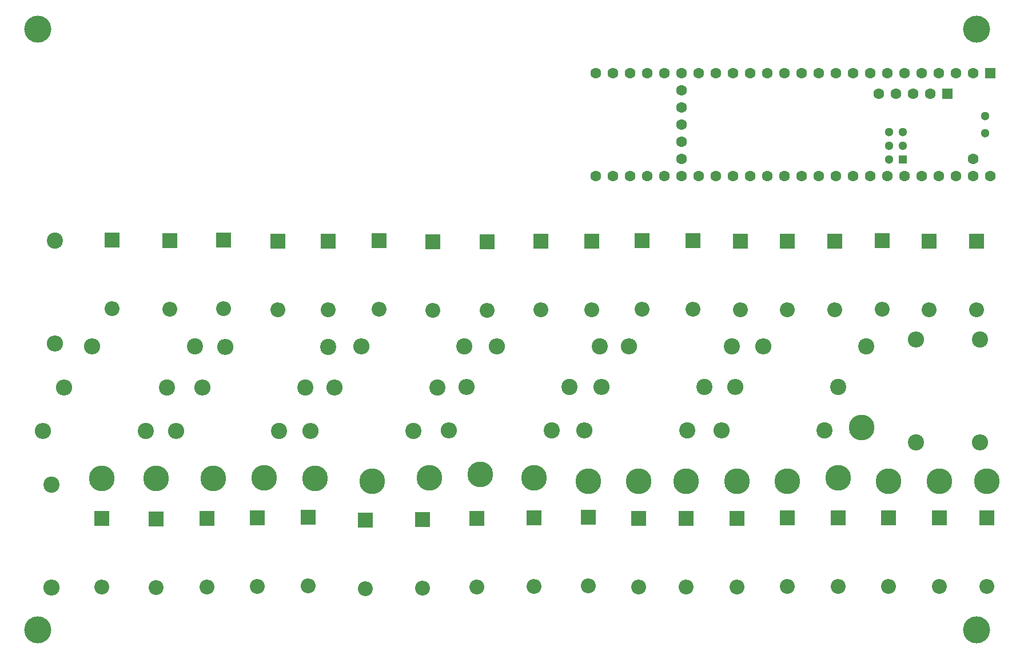
<source format=gbr>
%TF.GenerationSoftware,KiCad,Pcbnew,8.0.1*%
%TF.CreationDate,2024-04-01T15:58:41-04:00*%
%TF.ProjectId,emandoharp,656d616e-646f-4686-9172-702e6b696361,rev?*%
%TF.SameCoordinates,Original*%
%TF.FileFunction,Soldermask,Bot*%
%TF.FilePolarity,Negative*%
%FSLAX46Y46*%
G04 Gerber Fmt 4.6, Leading zero omitted, Abs format (unit mm)*
G04 Created by KiCad (PCBNEW 8.0.1) date 2024-04-01 15:58:41*
%MOMM*%
%LPD*%
G01*
G04 APERTURE LIST*
%ADD10C,4.000000*%
%ADD11C,2.400000*%
%ADD12O,2.400000X2.400000*%
%ADD13R,1.600000X1.600000*%
%ADD14C,1.600000*%
%ADD15R,1.300000X1.300000*%
%ADD16C,1.300000*%
%ADD17C,3.800000*%
%ADD18R,2.200000X2.200000*%
%ADD19O,2.200000X2.200000*%
G04 APERTURE END LIST*
D10*
%TO.C,REF\u002A\u002A*%
X190500000Y-70000000D03*
%TD*%
%TO.C,REF\u002A\u002A*%
X190500000Y-159000000D03*
%TD*%
%TO.C,REF\u002A\u002A*%
X51500000Y-159000000D03*
%TD*%
%TO.C,REF\u002A\u002A*%
X51500000Y-70000000D03*
%TD*%
D11*
%TO.C,R9*%
X91120000Y-123080000D03*
D12*
X75880000Y-123080000D03*
%TD*%
D13*
%TO.C,U1*%
X192520000Y-76500000D03*
D14*
X189980000Y-76500000D03*
X187440000Y-76500000D03*
X184900000Y-76500000D03*
X182360000Y-76500000D03*
X179820000Y-76500000D03*
X177280000Y-76500000D03*
X174740000Y-76500000D03*
X172200000Y-76500000D03*
X169660000Y-76500000D03*
X167120000Y-76500000D03*
X164580000Y-76500000D03*
X162040000Y-76500000D03*
X159500000Y-76500000D03*
X156960000Y-76500000D03*
X154420000Y-76500000D03*
X151880000Y-76500000D03*
X149340000Y-76500000D03*
X146800000Y-76500000D03*
X144260000Y-76500000D03*
X141720000Y-76500000D03*
X139180000Y-76500000D03*
X136640000Y-76500000D03*
X134100000Y-76500000D03*
X134100000Y-91740000D03*
X136640000Y-91740000D03*
X139180000Y-91740000D03*
X141720000Y-91740000D03*
X144260000Y-91740000D03*
X146800000Y-91740000D03*
X149340000Y-91740000D03*
X151880000Y-91740000D03*
X154420000Y-91740000D03*
X156960000Y-91740000D03*
X159500000Y-91740000D03*
X162040000Y-91740000D03*
X164580000Y-91740000D03*
X167120000Y-91740000D03*
X169660000Y-91740000D03*
X172200000Y-91740000D03*
X174740000Y-91740000D03*
X177280000Y-91740000D03*
X179820000Y-91740000D03*
X182360000Y-91740000D03*
X184900000Y-91740000D03*
X187440000Y-91740000D03*
X189980000Y-91740000D03*
X192520000Y-91740000D03*
X189980000Y-89200000D03*
X146800000Y-79040000D03*
X146800000Y-81580000D03*
X146800000Y-84120000D03*
X146800000Y-86660000D03*
X146800000Y-89200000D03*
D13*
X186220800Y-79550800D03*
D14*
X183680800Y-79550800D03*
X181140800Y-79550800D03*
X178600800Y-79550800D03*
X176060800Y-79550800D03*
D15*
X179550000Y-89301600D03*
D16*
X179550000Y-87301600D03*
X179550000Y-85301600D03*
X177550000Y-85301600D03*
X177550000Y-87301600D03*
X177550000Y-89301600D03*
X191790000Y-85390000D03*
X191790000Y-82850000D03*
%TD*%
D11*
%TO.C,R22*%
X174120000Y-117000000D03*
D12*
X158880000Y-117000000D03*
%TD*%
D11*
%TO.C,R21*%
X170000000Y-123000000D03*
D12*
X154760000Y-123000000D03*
%TD*%
D11*
%TO.C,R20*%
X168000000Y-129500000D03*
D12*
X152760000Y-129500000D03*
%TD*%
D11*
%TO.C,R19*%
X154240000Y-117000000D03*
D12*
X139000000Y-117000000D03*
%TD*%
D11*
%TO.C,R18*%
X150240000Y-123000000D03*
D12*
X135000000Y-123000000D03*
%TD*%
D11*
%TO.C,R17*%
X147620000Y-129500000D03*
D12*
X132380000Y-129500000D03*
%TD*%
D11*
%TO.C,R16*%
X134740000Y-117000000D03*
D12*
X119500000Y-117000000D03*
%TD*%
D11*
%TO.C,R10*%
X130240000Y-123000000D03*
D12*
X115000000Y-123000000D03*
%TD*%
D17*
%TO.C,P18*%
X192000000Y-137000000D03*
%TD*%
%TO.C,P17*%
X185000000Y-137000000D03*
%TD*%
%TO.C,P16*%
X177500000Y-137000000D03*
%TD*%
%TO.C,P15*%
X170000000Y-136500000D03*
%TD*%
%TO.C,P14*%
X162500000Y-137000000D03*
%TD*%
%TO.C,P13*%
X155000000Y-137000000D03*
%TD*%
%TO.C,P12*%
X147500000Y-137000000D03*
%TD*%
%TO.C,P11*%
X140500000Y-137000000D03*
%TD*%
D18*
%TO.C,D36*%
X192000000Y-142420000D03*
D19*
X192000000Y-152580000D03*
%TD*%
D18*
%TO.C,D35*%
X190500000Y-101420000D03*
D19*
X190500000Y-111580000D03*
%TD*%
D18*
%TO.C,D34*%
X185000000Y-142420000D03*
D19*
X185000000Y-152580000D03*
%TD*%
D18*
%TO.C,D33*%
X183500000Y-101420000D03*
D19*
X183500000Y-111580000D03*
%TD*%
D18*
%TO.C,D32*%
X177500000Y-142420000D03*
D19*
X177500000Y-152580000D03*
%TD*%
D18*
%TO.C,D31*%
X176500000Y-101340000D03*
D19*
X176500000Y-111500000D03*
%TD*%
D18*
%TO.C,D30*%
X170000000Y-142420000D03*
D19*
X170000000Y-152580000D03*
%TD*%
D18*
%TO.C,D29*%
X169500000Y-101420000D03*
D19*
X169500000Y-111580000D03*
%TD*%
D18*
%TO.C,D28*%
X162500000Y-142420000D03*
D19*
X162500000Y-152580000D03*
%TD*%
D18*
%TO.C,D27*%
X162500000Y-101420000D03*
D19*
X162500000Y-111580000D03*
%TD*%
D18*
%TO.C,D26*%
X155000000Y-142500000D03*
D19*
X155000000Y-152660000D03*
%TD*%
D18*
%TO.C,D25*%
X155500000Y-101420000D03*
D19*
X155500000Y-111580000D03*
%TD*%
D18*
%TO.C,D24*%
X147500000Y-142500000D03*
D19*
X147500000Y-152660000D03*
%TD*%
D18*
%TO.C,D23*%
X148500000Y-101340000D03*
D19*
X148500000Y-111500000D03*
%TD*%
D18*
%TO.C,D22*%
X140500000Y-142500000D03*
D19*
X140500000Y-152660000D03*
%TD*%
D18*
%TO.C,D21*%
X141000000Y-101340000D03*
D19*
X141000000Y-111500000D03*
%TD*%
D11*
%TO.C,R13*%
X110620000Y-123080000D03*
D12*
X95380000Y-123080000D03*
%TD*%
D17*
%TO.C,P3*%
X77500000Y-136580000D03*
%TD*%
D11*
%TO.C,R2*%
X181500000Y-131240000D03*
D12*
X181500000Y-116000000D03*
%TD*%
D18*
%TO.C,D7*%
X87000000Y-101420000D03*
D19*
X87000000Y-111580000D03*
%TD*%
D18*
%TO.C,D20*%
X133000000Y-142360000D03*
D19*
X133000000Y-152520000D03*
%TD*%
D18*
%TO.C,D15*%
X118000000Y-101500000D03*
D19*
X118000000Y-111660000D03*
%TD*%
D18*
%TO.C,D2*%
X61000000Y-142500000D03*
D19*
X61000000Y-152660000D03*
%TD*%
D11*
%TO.C,R6*%
X70620000Y-123080000D03*
D12*
X55380000Y-123080000D03*
%TD*%
D17*
%TO.C,P6*%
X101000000Y-137000000D03*
%TD*%
D11*
%TO.C,R14*%
X114620000Y-117000000D03*
D12*
X99380000Y-117000000D03*
%TD*%
D18*
%TO.C,D11*%
X102000000Y-101340000D03*
D19*
X102000000Y-111500000D03*
%TD*%
D18*
%TO.C,D8*%
X84000000Y-142420000D03*
D19*
X84000000Y-152580000D03*
%TD*%
D18*
%TO.C,D12*%
X100000000Y-142760000D03*
D19*
X100000000Y-152920000D03*
%TD*%
D18*
%TO.C,D9*%
X94500000Y-101420000D03*
D19*
X94500000Y-111580000D03*
%TD*%
D18*
%TO.C,D10*%
X91500000Y-142340000D03*
D19*
X91500000Y-152500000D03*
%TD*%
D18*
%TO.C,D19*%
X133500000Y-101420000D03*
D19*
X133500000Y-111580000D03*
%TD*%
D11*
%TO.C,R11*%
X94500000Y-117080000D03*
D12*
X79260000Y-117080000D03*
%TD*%
D18*
%TO.C,D14*%
X108500000Y-142680000D03*
D19*
X108500000Y-152840000D03*
%TD*%
D18*
%TO.C,D16*%
X116500000Y-142500000D03*
D19*
X116500000Y-152660000D03*
%TD*%
D11*
%TO.C,R3*%
X54000000Y-101340000D03*
D12*
X54000000Y-116580000D03*
%TD*%
D17*
%TO.C,P9*%
X125000000Y-136500000D03*
%TD*%
D11*
%TO.C,R7*%
X74740000Y-117000000D03*
D12*
X59500000Y-117000000D03*
%TD*%
D17*
%TO.C,P7*%
X109500000Y-136500000D03*
%TD*%
D11*
%TO.C,R8*%
X87240000Y-129580000D03*
D12*
X72000000Y-129580000D03*
%TD*%
D11*
%TO.C,R15*%
X127620000Y-129500000D03*
D12*
X112380000Y-129500000D03*
%TD*%
D11*
%TO.C,R4*%
X53500000Y-137460000D03*
D12*
X53500000Y-152700000D03*
%TD*%
D18*
%TO.C,D4*%
X69000000Y-142580000D03*
D19*
X69000000Y-152740000D03*
%TD*%
D17*
%TO.C,P2*%
X69000000Y-136580000D03*
%TD*%
%TO.C,P8*%
X117000000Y-136000000D03*
%TD*%
%TO.C,P5*%
X92500000Y-136580000D03*
%TD*%
%TO.C,P10*%
X133000000Y-137000000D03*
%TD*%
D18*
%TO.C,D17*%
X126000000Y-101420000D03*
D19*
X126000000Y-111580000D03*
%TD*%
D17*
%TO.C,P1*%
X61000000Y-136580000D03*
%TD*%
D11*
%TO.C,R1*%
X191000000Y-116000000D03*
D12*
X191000000Y-131240000D03*
%TD*%
D18*
%TO.C,D5*%
X79000000Y-101300000D03*
D19*
X79000000Y-111460000D03*
%TD*%
D11*
%TO.C,R5*%
X67500000Y-129580000D03*
D12*
X52260000Y-129580000D03*
%TD*%
D18*
%TO.C,D3*%
X71000000Y-101380000D03*
D19*
X71000000Y-111540000D03*
%TD*%
D18*
%TO.C,D13*%
X110000000Y-101500000D03*
D19*
X110000000Y-111660000D03*
%TD*%
D18*
%TO.C,D6*%
X76500000Y-142500000D03*
D19*
X76500000Y-152660000D03*
%TD*%
D18*
%TO.C,D1*%
X62500000Y-101300000D03*
D19*
X62500000Y-111460000D03*
%TD*%
D18*
%TO.C,D18*%
X125000000Y-142440000D03*
D19*
X125000000Y-152600000D03*
%TD*%
D17*
%TO.C,P4*%
X85000000Y-136500000D03*
%TD*%
D11*
%TO.C,R12*%
X107120000Y-129580000D03*
D12*
X91880000Y-129580000D03*
%TD*%
D17*
%TO.C,PC1*%
X173500000Y-129000000D03*
%TD*%
M02*

</source>
